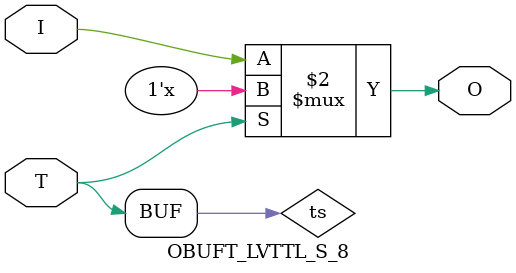
<source format=v>

/*

FUNCTION    : TRI-STATE OUTPUT BUFFER

*/

`celldefine
`timescale  100 ps / 10 ps

module OBUFT_LVTTL_S_8 (O, I, T);

    output O;

    input  I, T;

    or O1 (ts, 1'b0, T);
    bufif0 T1 (O, I, ts);

endmodule

</source>
